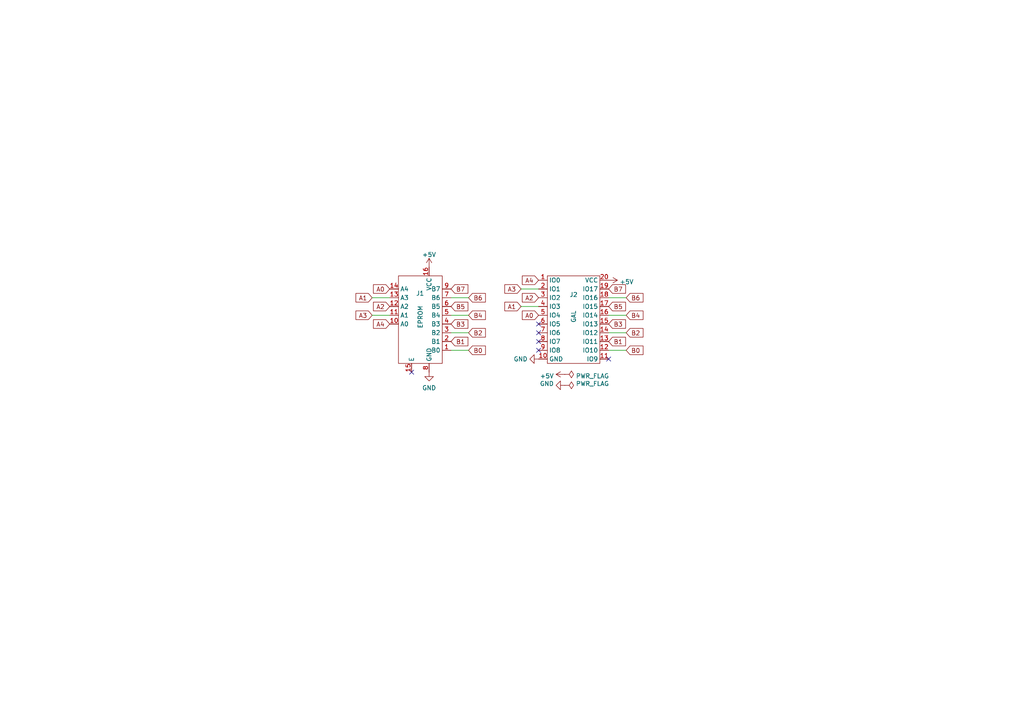
<source format=kicad_sch>
(kicad_sch (version 20211123) (generator eeschema)
  (paper "A4")
  (lib_symbols
    (symbol "GAL_to_bipolar:EPROM"
      (property "Reference" "J" (at 0 7.62 0))
      (property "Value" "EPROM" (at 0 0 90))
      (symbol "EPROM_0_1"
        (rectangle (start -6.35 12.7) (end 6.35 -12.7) (stroke (width 0.1524)))
      )
      (symbol "EPROM_1_1"
        (pin output line (at 8.89 -8.89 180) (length 2.54) (name "B0") (number "1"))
        (pin input line (at -8.89 -1.27 0) (length 2.54) (name "A0") (number "10"))
        (pin input line (at -8.89 1.27 0) (length 2.54) (name "A1") (number "11"))
        (pin input line (at -8.89 3.81 0) (length 2.54) (name "A2") (number "12"))
        (pin input line (at -8.89 6.35 0) (length 2.54) (name "A3") (number "13"))
        (pin input line (at -8.89 8.89 0) (length 2.54) (name "A4") (number "14"))
        (pin input line (at -2.54 -15.24 90) (length 2.54) (name "E") (number "15"))
        (pin power_in line (at 2.54 15.24 270) (length 2.54) (name "VCC") (number "16"))
        (pin output line (at 8.89 -6.35 180) (length 2.54) (name "B1") (number "2"))
        (pin output line (at 8.89 -3.81 180) (length 2.54) (name "B2") (number "3"))
        (pin output line (at 8.89 -1.27 180) (length 2.54) (name "B3") (number "4"))
        (pin output line (at 8.89 1.27 180) (length 2.54) (name "B4") (number "5"))
        (pin output line (at 8.89 3.81 180) (length 2.54) (name "B5") (number "6"))
        (pin output line (at 8.89 6.35 180) (length 2.54) (name "B6") (number "7"))
        (pin power_in line (at 2.54 -15.24 90) (length 2.54) (name "GND") (number "8"))
        (pin output line (at 8.89 8.89 180) (length 2.54) (name "B7") (number "9"))
      )
    )
    (symbol "GAL_to_bipolar:GAL"
      (property "Reference" "J" (at 0 6.35 0))
      (property "Value" "GAL" (at 0 0 90))
      (symbol "GAL_0_1"
        (rectangle (start -7.62 12.7) (end 7.62 -12.7) (stroke (width 0.1524)))
      )
      (symbol "GAL_1_1"
        (pin bidirectional line (at -10.16 11.43 0) (length 2.54) (name "IO0") (number "1"))
        (pin power_in line (at -10.16 -11.43 0) (length 2.54) (name "GND") (number "10"))
        (pin bidirectional line (at 10.16 -11.43 180) (length 2.54) (name "IO9") (number "11"))
        (pin bidirectional line (at 10.16 -8.89 180) (length 2.54) (name "IO10") (number "12"))
        (pin bidirectional line (at 10.16 -6.35 180) (length 2.54) (name "IO11") (number "13"))
        (pin bidirectional line (at 10.16 -3.81 180) (length 2.54) (name "IO12") (number "14"))
        (pin bidirectional line (at 10.16 -1.27 180) (length 2.54) (name "IO13") (number "15"))
        (pin bidirectional line (at 10.16 1.27 180) (length 2.54) (name "IO14") (number "16"))
        (pin bidirectional line (at 10.16 3.81 180) (length 2.54) (name "IO15") (number "17"))
        (pin bidirectional line (at 10.16 6.35 180) (length 2.54) (name "IO16") (number "18"))
        (pin bidirectional line (at 10.16 8.89 180) (length 2.54) (name "IO17") (number "19"))
        (pin bidirectional line (at -10.16 8.89 0) (length 2.54) (name "IO1") (number "2"))
        (pin power_in line (at 10.16 11.43 180) (length 2.54) (name "VCC") (number "20"))
        (pin bidirectional line (at -10.16 6.35 0) (length 2.54) (name "IO2") (number "3"))
        (pin bidirectional line (at -10.16 3.81 0) (length 2.54) (name "IO3") (number "4"))
        (pin bidirectional line (at -10.16 1.27 0) (length 2.54) (name "IO4") (number "5"))
        (pin bidirectional line (at -10.16 -1.27 0) (length 2.54) (name "IO5") (number "6"))
        (pin bidirectional line (at -10.16 -3.81 0) (length 2.54) (name "IO6") (number "7"))
        (pin bidirectional line (at -10.16 -6.35 0) (length 2.54) (name "IO7") (number "8"))
        (pin bidirectional line (at -10.16 -8.89 0) (length 2.54) (name "IO8") (number "9"))
      )
    )
    (symbol "power:+5V" (power) (pin_names (offset 0))
      (property "Value" "+5V" (at 0 3.556 0))
      (symbol "+5V_0_1"
        (polyline (pts (xy -0.762 1.27) (xy 0 2.54)))
        (polyline (pts (xy 0 0) (xy 0 2.54)))
        (polyline (pts (xy 0 2.54) (xy 0.762 1.27)))
      )
      (symbol "+5V_1_1"
        (pin power_in line (at 0 0 90) (length 0) hide (name "+5V") (number "1"))
      )
    )
    (symbol "power:GND" (power) (pin_names (offset 0))
      (property "Value" "GND" (at 0 -3.81 0))
      (symbol "GND_0_1"
        (polyline (pts (xy 0 0) (xy 0 -1.27) (xy 1.27 -1.27) (xy 0 -2.54) (xy -1.27 -1.27) (xy 0 -1.27)))
      )
      (symbol "GND_1_1"
        (pin power_in line (at 0 0 270) (length 0) hide (name "GND") (number "1"))
      )
    )
    (symbol "power:PWR_FLAG" (power) (pin_numbers hide) (pin_names (offset 0) hide)
      (property "Value" "PWR_FLAG" (at 0 3.81 0))
      (symbol "PWR_FLAG_0_0"
        (pin power_out line (at 0 0 90) (length 0) (name "pwr") (number "1"))
      )
      (symbol "PWR_FLAG_0_1"
        (polyline (pts (xy 0 0) (xy 0 1.27) (xy -1.016 1.905) (xy 0 2.54) (xy 1.016 1.905) (xy 0 1.27)))
      )
    )
  )
  (no_connect (at 156.21 93.98))
  (no_connect (at 156.21 96.52))
  (no_connect (at 156.21 99.06))
  (no_connect (at 156.21 101.6))
  (no_connect (at 176.53 104.14))
  (no_connect (at 119.38 107.95))
  (wire (pts (xy 130.81 96.52) (xy 135.89 96.52)))
  (wire (pts (xy 176.53 86.36) (xy 181.61 86.36)))
  (wire (pts (xy 176.53 101.6) (xy 181.61 101.6)))
  (wire (pts (xy 176.53 96.52) (xy 181.61 96.52)))
  (wire (pts (xy 130.81 101.6) (xy 135.89 101.6)))
  (wire (pts (xy 130.81 86.36) (xy 135.89 86.36)))
  (wire (pts (xy 151.13 88.9) (xy 156.21 88.9)))
  (wire (pts (xy 107.95 86.36) (xy 113.03 86.36)))
  (wire (pts (xy 176.53 91.44) (xy 181.61 91.44)))
  (wire (pts (xy 107.95 91.44) (xy 113.03 91.44)))
  (wire (pts (xy 130.81 91.44) (xy 135.89 91.44)))
  (wire (pts (xy 151.13 83.82) (xy 156.21 83.82)))
  (global_label "B2" (shape input) (at 135.89 96.52 0) (property "Intersheet References" "${INTERSHEET_REFS}" (effects hide)))
  (global_label "A3" (shape input) (at 151.13 83.82 180) (property "Intersheet References" "${INTERSHEET_REFS}" (effects hide)))
  (global_label "A4" (shape input) (at 113.03 93.98 180) (property "Intersheet References" "${INTERSHEET_REFS}" (effects hide)))
  (global_label "B6" (shape input) (at 135.89 86.36 0) (property "Intersheet References" "${INTERSHEET_REFS}" (effects hide)))
  (global_label "A0" (shape input) (at 156.21 91.44 180) (property "Intersheet References" "${INTERSHEET_REFS}" (effects hide)))
  (global_label "B7" (shape input) (at 176.53 83.82 0) (property "Intersheet References" "${INTERSHEET_REFS}" (effects hide)))
  (global_label "B3" (shape input) (at 176.53 93.98 0) (property "Intersheet References" "${INTERSHEET_REFS}" (effects hide)))
  (global_label "A0" (shape input) (at 113.03 83.82 180) (property "Intersheet References" "${INTERSHEET_REFS}" (effects hide)))
  (global_label "A1" (shape input) (at 107.95 86.36 180) (property "Intersheet References" "${INTERSHEET_REFS}" (effects hide)))
  (global_label "B6" (shape input) (at 181.61 86.36 0) (property "Intersheet References" "${INTERSHEET_REFS}" (effects hide)))
  (global_label "B2" (shape input) (at 181.61 96.52 0) (property "Intersheet References" "${INTERSHEET_REFS}" (effects hide)))
  (global_label "B0" (shape input) (at 135.89 101.6 0) (property "Intersheet References" "${INTERSHEET_REFS}" (effects hide)))
  (global_label "A2" (shape input) (at 113.03 88.9 180) (property "Intersheet References" "${INTERSHEET_REFS}" (effects hide)))
  (global_label "A4" (shape input) (at 156.21 81.28 180) (property "Intersheet References" "${INTERSHEET_REFS}" (effects hide)))
  (global_label "B7" (shape input) (at 130.81 83.82 0) (property "Intersheet References" "${INTERSHEET_REFS}" (effects hide)))
  (global_label "B4" (shape input) (at 135.89 91.44 0) (property "Intersheet References" "${INTERSHEET_REFS}" (effects hide)))
  (global_label "B5" (shape input) (at 176.53 88.9 0) (property "Intersheet References" "${INTERSHEET_REFS}" (effects hide)))
  (global_label "B1" (shape input) (at 176.53 99.06 0) (property "Intersheet References" "${INTERSHEET_REFS}" (effects hide)))
  (global_label "A1" (shape input) (at 151.13 88.9 180) (property "Intersheet References" "${INTERSHEET_REFS}" (effects hide)))
  (global_label "B4" (shape input) (at 181.61 91.44 0) (property "Intersheet References" "${INTERSHEET_REFS}" (effects hide)))
  (global_label "B1" (shape input) (at 130.81 99.06 0) (property "Intersheet References" "${INTERSHEET_REFS}" (effects hide)))
  (global_label "A2" (shape input) (at 156.21 86.36 180) (property "Intersheet References" "${INTERSHEET_REFS}" (effects hide)))
  (global_label "B5" (shape input) (at 130.81 88.9 0) (property "Intersheet References" "${INTERSHEET_REFS}" (effects hide)))
  (global_label "B3" (shape input) (at 130.81 93.98 0) (property "Intersheet References" "${INTERSHEET_REFS}" (effects hide)))
  (global_label "A3" (shape input) (at 107.95 91.44 180) (property "Intersheet References" "${INTERSHEET_REFS}" (effects hide)))
  (global_label "B0" (shape input) (at 181.61 101.6 0) (property "Intersheet References" "${INTERSHEET_REFS}" (effects hide)))
  (symbol (lib_id "power:PWR_FLAG") (at 163.83 108.585 270) (unit 1)
    (property "Reference" "#FLG0101" (effects hide))
    (property "Value" "PWR_FLAG" (at 167.005 109.064 90) (effects (justify left)))
  )
  (symbol (lib_id "power:GND") (at 163.83 111.76 270) (unit 1)
    (property "Reference" "#PWR0106" (effects hide))
    (property "Value" "GND" (at 160.655 111.281 90) (effects (justify right)))
  )
  (symbol (lib_id "power:PWR_FLAG") (at 163.83 111.76 270) (unit 1)
    (property "Reference" "#FLG0102" (effects hide))
    (property "Value" "PWR_FLAG" (at 167.0049 111.281 90) (effects (justify left)))
  )
  (symbol (lib_id "GAL_to_bipolar:GAL") (at 166.37 92.71 0) (unit 1)
    (property "Reference" "J2" (at 166.37 85.471 0))
    (property "Value" "GAL" (at 166.37 91.821 90))
    (property "Footprint" "GAL_to_bipolar:DIP-20" (effects hide))
  )
  (symbol (lib_id "power:+5V") (at 163.83 108.585 90) (unit 1)
    (property "Reference" "#PWR0105" (effects hide))
    (property "Value" "+5V" (at 160.6551 109.064 90) (effects (justify left)))
  )
  (symbol (lib_id "power:+5V") (at 176.53 81.28 270) (unit 1)
    (property "Reference" "#PWR0104" (effects hide))
    (property "Value" "+5V" (at 179.705 81.759 90) (effects (justify left)))
  )
  (symbol (lib_id "power:GND") (at 124.46 107.95 0) (unit 1)
    (property "Reference" "#PWR0102" (effects hide))
    (property "Value" "GND" (at 124.46 112.5125 0))
  )
  (symbol (lib_id "power:GND") (at 156.21 104.14 270) (unit 1)
    (property "Reference" "#PWR0103" (effects hide))
    (property "Value" "GND" (at 153.035 104.14 90) (effects (justify right)))
  )
  (symbol (lib_id "power:+5V") (at 124.46 77.47 0) (unit 1)
    (property "Reference" "#PWR0101" (effects hide))
    (property "Value" "+5V" (at 124.46 73.8655 0))
  )
  (symbol (lib_id "GAL_to_bipolar:EPROM") (at 121.92 92.71 0) (unit 1)
    (property "Reference" "J1" (at 120.65 85.09 0) (effects (justify left)))
    (property "Value" "EPROM" (at 121.92 95.25 90) (effects (justify left)))
    (property "Footprint" "GAL_to_bipolar:DIP-16" (effects hide))
  )
)
</source>
